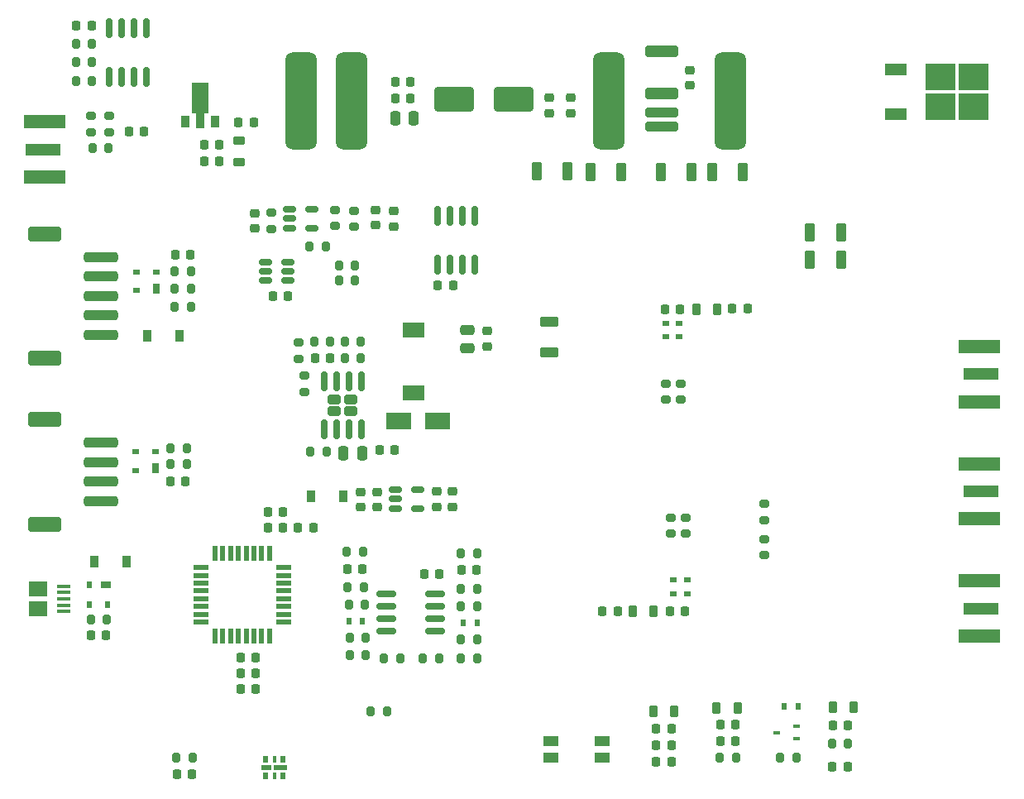
<source format=gbr>
%TF.GenerationSoftware,KiCad,Pcbnew,(6.0.9)*%
%TF.CreationDate,2022-11-09T00:10:41+00:00*%
%TF.ProjectId,Pi_TX_35W_PA,50695f54-585f-4333-9557-5f50412e6b69,rev?*%
%TF.SameCoordinates,Original*%
%TF.FileFunction,Paste,Top*%
%TF.FilePolarity,Positive*%
%FSLAX46Y46*%
G04 Gerber Fmt 4.6, Leading zero omitted, Abs format (unit mm)*
G04 Created by KiCad (PCBNEW (6.0.9)) date 2022-11-09 00:10:41*
%MOMM*%
%LPD*%
G01*
G04 APERTURE LIST*
G04 Aperture macros list*
%AMRoundRect*
0 Rectangle with rounded corners*
0 $1 Rounding radius*
0 $2 $3 $4 $5 $6 $7 $8 $9 X,Y pos of 4 corners*
0 Add a 4 corners polygon primitive as box body*
4,1,4,$2,$3,$4,$5,$6,$7,$8,$9,$2,$3,0*
0 Add four circle primitives for the rounded corners*
1,1,$1+$1,$2,$3*
1,1,$1+$1,$4,$5*
1,1,$1+$1,$6,$7*
1,1,$1+$1,$8,$9*
0 Add four rect primitives between the rounded corners*
20,1,$1+$1,$2,$3,$4,$5,0*
20,1,$1+$1,$4,$5,$6,$7,0*
20,1,$1+$1,$6,$7,$8,$9,0*
20,1,$1+$1,$8,$9,$2,$3,0*%
%AMFreePoly0*
4,1,9,3.862500,-0.866500,0.737500,-0.866500,0.737500,-0.450000,-0.737500,-0.450000,-0.737500,0.450000,0.737500,0.450000,0.737500,0.866500,3.862500,0.866500,3.862500,-0.866500,3.862500,-0.866500,$1*%
G04 Aperture macros list end*
%ADD10RoundRect,0.225000X-0.225000X-0.250000X0.225000X-0.250000X0.225000X0.250000X-0.225000X0.250000X0*%
%ADD11RoundRect,0.250000X-1.450000X0.250000X-1.450000X-0.250000X1.450000X-0.250000X1.450000X0.250000X0*%
%ADD12RoundRect,0.200000X0.275000X-0.200000X0.275000X0.200000X-0.275000X0.200000X-0.275000X-0.200000X0*%
%ADD13RoundRect,0.200000X-0.200000X-0.275000X0.200000X-0.275000X0.200000X0.275000X-0.200000X0.275000X0*%
%ADD14RoundRect,0.225000X0.225000X0.250000X-0.225000X0.250000X-0.225000X-0.250000X0.225000X-0.250000X0*%
%ADD15R,1.350000X0.400000*%
%ADD16R,1.900000X1.500000*%
%ADD17RoundRect,0.218750X0.218750X0.256250X-0.218750X0.256250X-0.218750X-0.256250X0.218750X-0.256250X0*%
%ADD18RoundRect,0.250000X-0.250000X-0.475000X0.250000X-0.475000X0.250000X0.475000X-0.250000X0.475000X0*%
%ADD19RoundRect,0.225000X-0.250000X0.225000X-0.250000X-0.225000X0.250000X-0.225000X0.250000X0.225000X0*%
%ADD20R,0.900000X1.300000*%
%ADD21FreePoly0,90.000000*%
%ADD22RoundRect,0.218750X-0.218750X-0.381250X0.218750X-0.381250X0.218750X0.381250X-0.218750X0.381250X0*%
%ADD23R,1.000000X0.700000*%
%ADD24R,0.600000X0.700000*%
%ADD25RoundRect,0.200000X0.200000X0.275000X-0.200000X0.275000X-0.200000X-0.275000X0.200000X-0.275000X0*%
%ADD26RoundRect,0.150000X-0.825000X-0.150000X0.825000X-0.150000X0.825000X0.150000X-0.825000X0.150000X0*%
%ADD27RoundRect,0.250000X-0.275000X-0.700000X0.275000X-0.700000X0.275000X0.700000X-0.275000X0.700000X0*%
%ADD28R,3.050000X2.750000*%
%ADD29R,2.200000X1.200000*%
%ADD30R,3.600000X1.270000*%
%ADD31R,4.200000X1.350000*%
%ADD32R,0.700000X0.600000*%
%ADD33RoundRect,0.250000X0.275000X0.700000X-0.275000X0.700000X-0.275000X-0.700000X0.275000X-0.700000X0*%
%ADD34RoundRect,0.150000X0.150000X-0.825000X0.150000X0.825000X-0.150000X0.825000X-0.150000X-0.825000X0*%
%ADD35RoundRect,0.250000X-1.500000X0.250000X-1.500000X-0.250000X1.500000X-0.250000X1.500000X0.250000X0*%
%ADD36RoundRect,0.250001X-1.449999X0.499999X-1.449999X-0.499999X1.449999X-0.499999X1.449999X0.499999X0*%
%ADD37R,0.700000X1.000000*%
%ADD38RoundRect,0.250000X1.450000X-0.312500X1.450000X0.312500X-1.450000X0.312500X-1.450000X-0.312500X0*%
%ADD39RoundRect,0.218750X0.381250X-0.218750X0.381250X0.218750X-0.381250X0.218750X-0.381250X-0.218750X0*%
%ADD40RoundRect,0.200000X-0.275000X0.200000X-0.275000X-0.200000X0.275000X-0.200000X0.275000X0.200000X0*%
%ADD41RoundRect,0.250000X0.250000X0.475000X-0.250000X0.475000X-0.250000X-0.475000X0.250000X-0.475000X0*%
%ADD42RoundRect,0.242500X-0.422500X0.242500X-0.422500X-0.242500X0.422500X-0.242500X0.422500X0.242500X0*%
%ADD43RoundRect,0.150000X-0.150000X0.825000X-0.150000X-0.825000X0.150000X-0.825000X0.150000X0.825000X0*%
%ADD44RoundRect,0.218750X0.218750X0.381250X-0.218750X0.381250X-0.218750X-0.381250X0.218750X-0.381250X0*%
%ADD45R,2.200000X1.500000*%
%ADD46RoundRect,0.218750X-0.218750X-0.256250X0.218750X-0.256250X0.218750X0.256250X-0.218750X0.256250X0*%
%ADD47R,1.550000X1.000000*%
%ADD48RoundRect,0.225000X0.250000X-0.225000X0.250000X0.225000X-0.250000X0.225000X-0.250000X-0.225000X0*%
%ADD49R,1.600000X0.550000*%
%ADD50R,0.550000X1.600000*%
%ADD51R,0.900000X1.200000*%
%ADD52R,0.700000X0.450000*%
%ADD53RoundRect,0.150000X-0.512500X-0.150000X0.512500X-0.150000X0.512500X0.150000X-0.512500X0.150000X0*%
%ADD54RoundRect,0.250000X1.750000X1.000000X-1.750000X1.000000X-1.750000X-1.000000X1.750000X-1.000000X0*%
%ADD55R,2.500000X1.800000*%
%ADD56RoundRect,0.250000X-0.475000X0.250000X-0.475000X-0.250000X0.475000X-0.250000X0.475000X0.250000X0*%
%ADD57R,1.000000X0.500000*%
%ADD58R,0.500000X0.800000*%
%ADD59R,0.300000X0.800000*%
%ADD60R,1.480000X0.500000*%
%ADD61RoundRect,0.250000X-0.700000X0.275000X-0.700000X-0.275000X0.700000X-0.275000X0.700000X0.275000X0*%
%ADD62RoundRect,0.800000X-0.800000X-4.200000X0.800000X-4.200000X0.800000X4.200000X-0.800000X4.200000X0*%
G04 APERTURE END LIST*
D10*
%TO.C,C50*%
X164775000Y-144300000D03*
X166325000Y-144300000D03*
%TD*%
D11*
%TO.C,R36*%
X165300000Y-81200000D03*
X165300000Y-82700000D03*
%TD*%
D12*
%TO.C,R39*%
X108800000Y-83225000D03*
X108800000Y-81575000D03*
%TD*%
D13*
%TO.C,R26*%
X132875000Y-104700000D03*
X134525000Y-104700000D03*
%TD*%
D10*
%TO.C,C15*%
X129825000Y-106400000D03*
X131375000Y-106400000D03*
%TD*%
D14*
%TO.C,C53*%
X172900000Y-145600000D03*
X171350000Y-145600000D03*
%TD*%
D15*
%TO.C,J1*%
X104162500Y-129700000D03*
X104162500Y-130350000D03*
X104162500Y-131000000D03*
X104162500Y-131650000D03*
X104162500Y-132300000D03*
D16*
X101462500Y-130000000D03*
X101462500Y-132000000D03*
%TD*%
D14*
%TO.C,C14*%
X137975000Y-115800000D03*
X136425000Y-115800000D03*
%TD*%
D17*
%TO.C,D17*%
X184387500Y-148200000D03*
X182812500Y-148200000D03*
%TD*%
D18*
%TO.C,C32*%
X138075000Y-81800000D03*
X139975000Y-81800000D03*
%TD*%
D19*
%TO.C,C25*%
X142300000Y-120025000D03*
X142300000Y-121575000D03*
%TD*%
D20*
%TO.C,U9*%
X116600000Y-82187500D03*
D21*
X118100000Y-82100000D03*
D20*
X119600000Y-82187500D03*
%TD*%
D22*
%TO.C,L9*%
X162375000Y-132300000D03*
X164500000Y-132300000D03*
%TD*%
D23*
%TO.C,D1*%
X108450000Y-129600000D03*
D24*
X106750000Y-129600000D03*
X106750000Y-131600000D03*
X108650000Y-131600000D03*
%TD*%
D10*
%TO.C,C16*%
X125525000Y-100000000D03*
X127075000Y-100000000D03*
%TD*%
D14*
%TO.C,C12*%
X146375000Y-128065000D03*
X144825000Y-128065000D03*
%TD*%
D25*
%TO.C,R38*%
X108725000Y-84900000D03*
X107075000Y-84900000D03*
%TD*%
D26*
%TO.C,U3*%
X137150000Y-130460000D03*
X137150000Y-131730000D03*
X137150000Y-133000000D03*
X137150000Y-134270000D03*
X142100000Y-134270000D03*
X142100000Y-133000000D03*
X142100000Y-131730000D03*
X142100000Y-130460000D03*
%TD*%
D27*
%TO.C,C40*%
X180525000Y-96300000D03*
X183675000Y-96300000D03*
%TD*%
D10*
%TO.C,C51*%
X166162500Y-132300000D03*
X167712500Y-132300000D03*
%TD*%
D13*
%TO.C,R48*%
X182775000Y-145800000D03*
X184425000Y-145800000D03*
%TD*%
D28*
%TO.C,Q1*%
X193900000Y-80600000D03*
X197250000Y-77550000D03*
X197250000Y-80600000D03*
X193900000Y-77550000D03*
D29*
X189275000Y-76795000D03*
X189275000Y-81355000D03*
%TD*%
D30*
%TO.C,J7*%
X198050000Y-108000000D03*
D31*
X197850000Y-110825000D03*
X197850000Y-105175000D03*
%TD*%
D10*
%TO.C,C26*%
X142425000Y-98900000D03*
X143975000Y-98900000D03*
%TD*%
D32*
%TO.C,D15*%
X167937500Y-129100000D03*
X167937500Y-130500000D03*
%TD*%
D13*
%TO.C,R2*%
X135575000Y-142500000D03*
X137225000Y-142500000D03*
%TD*%
%TO.C,R20*%
X133300000Y-131565000D03*
X134950000Y-131565000D03*
%TD*%
D33*
%TO.C,C41*%
X168375000Y-87300000D03*
X165225000Y-87300000D03*
%TD*%
D22*
%TO.C,L8*%
X168875000Y-101400000D03*
X171000000Y-101400000D03*
%TD*%
D34*
%TO.C,U2*%
X108795000Y-77575000D03*
X110065000Y-77575000D03*
X111335000Y-77575000D03*
X112605000Y-77575000D03*
X112605000Y-72625000D03*
X111335000Y-72625000D03*
X110065000Y-72625000D03*
X108795000Y-72625000D03*
%TD*%
D14*
%TO.C,C35*%
X123575000Y-82237500D03*
X122025000Y-82237500D03*
%TD*%
D24*
%TO.C,D16*%
X177875000Y-142050000D03*
X179275000Y-142050000D03*
%TD*%
D13*
%TO.C,R9*%
X105375000Y-78000000D03*
X107025000Y-78000000D03*
%TD*%
D14*
%TO.C,C7*%
X116575000Y-119000000D03*
X115025000Y-119000000D03*
%TD*%
D25*
%TO.C,R5*%
X117125000Y-99300000D03*
X115475000Y-99300000D03*
%TD*%
D35*
%TO.C,J3*%
X107950000Y-96000000D03*
X107950000Y-98000000D03*
X107950000Y-100000000D03*
X107950000Y-102000000D03*
X107950000Y-104000000D03*
D36*
X102200000Y-106350000D03*
X102200000Y-93650000D03*
%TD*%
D13*
%TO.C,R47*%
X177475000Y-147250000D03*
X179125000Y-147250000D03*
%TD*%
D10*
%TO.C,C49*%
X164775000Y-146000000D03*
X166325000Y-146000000D03*
%TD*%
D30*
%TO.C,J8*%
X198050000Y-120000000D03*
D31*
X197850000Y-117175000D03*
X197850000Y-122825000D03*
%TD*%
D27*
%TO.C,C42*%
X158025000Y-87300000D03*
X161175000Y-87300000D03*
%TD*%
D13*
%TO.C,R21*%
X144800000Y-131765000D03*
X146450000Y-131765000D03*
%TD*%
D19*
%TO.C,C33*%
X156000000Y-79725000D03*
X156000000Y-81275000D03*
%TD*%
D25*
%TO.C,R33*%
X130925000Y-94900000D03*
X129275000Y-94900000D03*
%TD*%
D37*
%TO.C,D4*%
X113600000Y-99250000D03*
D32*
X113600000Y-97550000D03*
X111600000Y-97550000D03*
X111600000Y-99450000D03*
%TD*%
D13*
%TO.C,R34*%
X132275000Y-96900000D03*
X133925000Y-96900000D03*
%TD*%
D12*
%TO.C,R32*%
X125400000Y-93125000D03*
X125400000Y-91475000D03*
%TD*%
D25*
%TO.C,R28*%
X131025000Y-115900000D03*
X129375000Y-115900000D03*
%TD*%
D38*
%TO.C,L3*%
X165300000Y-79237500D03*
X165300000Y-74962500D03*
%TD*%
D14*
%TO.C,C1*%
X126575000Y-122100000D03*
X125025000Y-122100000D03*
%TD*%
D39*
%TO.C,L4*%
X122100000Y-86262500D03*
X122100000Y-84137500D03*
%TD*%
D25*
%TO.C,R27*%
X134525000Y-106400000D03*
X132875000Y-106400000D03*
%TD*%
D13*
%TO.C,R24*%
X133100000Y-126165000D03*
X134750000Y-126165000D03*
%TD*%
D14*
%TO.C,C9*%
X106975000Y-72300000D03*
X105425000Y-72300000D03*
%TD*%
D40*
%TO.C,R35*%
X131900000Y-91175000D03*
X131900000Y-92825000D03*
%TD*%
D41*
%TO.C,C13*%
X134650000Y-116100000D03*
X132750000Y-116100000D03*
%TD*%
D42*
%TO.C,U4*%
X131850000Y-110600000D03*
X131850000Y-111800000D03*
X133500000Y-110600000D03*
X133500000Y-111800000D03*
D43*
X134580000Y-108725000D03*
X133310000Y-108725000D03*
X132040000Y-108725000D03*
X130770000Y-108725000D03*
X130770000Y-113675000D03*
X132040000Y-113675000D03*
X133310000Y-113675000D03*
X134580000Y-113675000D03*
%TD*%
D44*
%TO.C,L12*%
X184962500Y-142100000D03*
X182837500Y-142100000D03*
%TD*%
D19*
%TO.C,C23*%
X136200000Y-120100000D03*
X136200000Y-121650000D03*
%TD*%
D45*
%TO.C,L2*%
X139900000Y-103500000D03*
X139900000Y-109900000D03*
%TD*%
D46*
%TO.C,D3*%
X115712500Y-149000000D03*
X117287500Y-149000000D03*
%TD*%
D47*
%TO.C,SW1*%
X159225000Y-147250000D03*
X153975000Y-147250000D03*
X159225000Y-145550000D03*
X153975000Y-145550000D03*
%TD*%
D48*
%TO.C,C27*%
X168200000Y-78450000D03*
X168200000Y-76900000D03*
%TD*%
D27*
%TO.C,C39*%
X180525000Y-93500000D03*
X183675000Y-93500000D03*
%TD*%
D25*
%TO.C,R8*%
X117125000Y-101100000D03*
X115475000Y-101100000D03*
%TD*%
D49*
%TO.C,U1*%
X126650000Y-133400000D03*
X126650000Y-132600000D03*
X126650000Y-131800000D03*
X126650000Y-131000000D03*
X126650000Y-130200000D03*
X126650000Y-129400000D03*
X126650000Y-128600000D03*
X126650000Y-127800000D03*
D50*
X125200000Y-126350000D03*
X124400000Y-126350000D03*
X123600000Y-126350000D03*
X122800000Y-126350000D03*
X122000000Y-126350000D03*
X121200000Y-126350000D03*
X120400000Y-126350000D03*
X119600000Y-126350000D03*
D49*
X118150000Y-127800000D03*
X118150000Y-128600000D03*
X118150000Y-129400000D03*
X118150000Y-130200000D03*
X118150000Y-131000000D03*
X118150000Y-131800000D03*
X118150000Y-132600000D03*
X118150000Y-133400000D03*
D50*
X119600000Y-134850000D03*
X120400000Y-134850000D03*
X121200000Y-134850000D03*
X122000000Y-134850000D03*
X122800000Y-134850000D03*
X123600000Y-134850000D03*
X124400000Y-134850000D03*
X125200000Y-134850000D03*
%TD*%
D25*
%TO.C,R18*%
X135050000Y-134965000D03*
X133400000Y-134965000D03*
%TD*%
D13*
%TO.C,R7*%
X105375000Y-76100000D03*
X107025000Y-76100000D03*
%TD*%
D32*
%TO.C,D13*%
X165737500Y-104200000D03*
X165737500Y-102800000D03*
%TD*%
D17*
%TO.C,L1*%
X129687500Y-123700000D03*
X128112500Y-123700000D03*
%TD*%
D14*
%TO.C,C29*%
X112375000Y-83200000D03*
X110825000Y-83200000D03*
%TD*%
D40*
%TO.C,R30*%
X128200000Y-104775000D03*
X128200000Y-106425000D03*
%TD*%
D25*
%TO.C,R14*%
X146425000Y-137100000D03*
X144775000Y-137100000D03*
%TD*%
D51*
%TO.C,D11*%
X115950000Y-104100000D03*
X112650000Y-104100000D03*
%TD*%
D14*
%TO.C,C8*%
X117075000Y-95800000D03*
X115525000Y-95800000D03*
%TD*%
D33*
%TO.C,C38*%
X173675000Y-87300000D03*
X170525000Y-87300000D03*
%TD*%
D40*
%TO.C,R41*%
X165800000Y-108975000D03*
X165800000Y-110625000D03*
%TD*%
D43*
%TO.C,U8*%
X146205000Y-91825000D03*
X144935000Y-91825000D03*
X143665000Y-91825000D03*
X142395000Y-91825000D03*
X142395000Y-96775000D03*
X143665000Y-96775000D03*
X144935000Y-96775000D03*
X146205000Y-96775000D03*
%TD*%
D10*
%TO.C,C47*%
X172562500Y-101300000D03*
X174112500Y-101300000D03*
%TD*%
D19*
%TO.C,C24*%
X143900000Y-120025000D03*
X143900000Y-121575000D03*
%TD*%
D52*
%TO.C,Q2*%
X179100000Y-145350000D03*
X179100000Y-144050000D03*
X177100000Y-144700000D03*
%TD*%
D14*
%TO.C,C5*%
X123775000Y-140200000D03*
X122225000Y-140200000D03*
%TD*%
D40*
%TO.C,R44*%
X166300000Y-122700000D03*
X166300000Y-124350000D03*
%TD*%
D10*
%TO.C,C30*%
X118525000Y-86200000D03*
X120075000Y-86200000D03*
%TD*%
D12*
%TO.C,R37*%
X106900000Y-83225000D03*
X106900000Y-81575000D03*
%TD*%
D19*
%TO.C,C36*%
X153800000Y-79725000D03*
X153800000Y-81275000D03*
%TD*%
D25*
%TO.C,R17*%
X142525000Y-137100000D03*
X140875000Y-137100000D03*
%TD*%
D14*
%TO.C,C4*%
X123775000Y-138600000D03*
X122225000Y-138600000D03*
%TD*%
D35*
%TO.C,J4*%
X107950000Y-115000000D03*
X107950000Y-117000000D03*
X107950000Y-119000000D03*
X107950000Y-121000000D03*
D36*
X102200000Y-112650000D03*
X102200000Y-123350000D03*
%TD*%
D25*
%TO.C,R46*%
X172950000Y-147300000D03*
X171300000Y-147300000D03*
%TD*%
D53*
%TO.C,U7*%
X138062500Y-119850000D03*
X138062500Y-120800000D03*
X138062500Y-121750000D03*
X140337500Y-121750000D03*
X140337500Y-119850000D03*
%TD*%
D40*
%TO.C,R31*%
X128800000Y-108175000D03*
X128800000Y-109825000D03*
%TD*%
D25*
%TO.C,R13*%
X138550000Y-137065000D03*
X136900000Y-137065000D03*
%TD*%
D14*
%TO.C,C52*%
X172900000Y-143900000D03*
X171350000Y-143900000D03*
%TD*%
D10*
%TO.C,C11*%
X133150000Y-127965000D03*
X134700000Y-127965000D03*
%TD*%
D22*
%TO.C,L10*%
X164512500Y-142500000D03*
X166637500Y-142500000D03*
%TD*%
D13*
%TO.C,R3*%
X115675000Y-147300000D03*
X117325000Y-147300000D03*
%TD*%
D12*
%TO.C,R12*%
X133800000Y-92925000D03*
X133800000Y-91275000D03*
%TD*%
D13*
%TO.C,R19*%
X144800000Y-135165000D03*
X146450000Y-135165000D03*
%TD*%
D40*
%TO.C,R40*%
X167300000Y-108975000D03*
X167300000Y-110625000D03*
%TD*%
D22*
%TO.C,L11*%
X170962500Y-142200000D03*
X173087500Y-142200000D03*
%TD*%
D24*
%TO.C,D6*%
X145025000Y-133465000D03*
X146425000Y-133465000D03*
%TD*%
D10*
%TO.C,C34*%
X138050000Y-79800000D03*
X139600000Y-79800000D03*
%TD*%
D54*
%TO.C,C31*%
X150150000Y-79900000D03*
X144050000Y-79900000D03*
%TD*%
D25*
%TO.C,R25*%
X146450000Y-126365000D03*
X144800000Y-126365000D03*
%TD*%
%TO.C,R11*%
X116700000Y-117200000D03*
X115050000Y-117200000D03*
%TD*%
D14*
%TO.C,C48*%
X160812500Y-132300000D03*
X159262500Y-132300000D03*
%TD*%
D53*
%TO.C,U5*%
X124762500Y-96550000D03*
X124762500Y-97500000D03*
X124762500Y-98450000D03*
X127037500Y-98450000D03*
X127037500Y-97500000D03*
X127037500Y-96550000D03*
%TD*%
D25*
%TO.C,R4*%
X117125000Y-97500000D03*
X115475000Y-97500000D03*
%TD*%
D10*
%TO.C,C54*%
X182825000Y-144000000D03*
X184375000Y-144000000D03*
%TD*%
D55*
%TO.C,D8*%
X142400000Y-112800000D03*
X138400000Y-112800000D03*
%TD*%
D40*
%TO.C,R43*%
X175800000Y-124875000D03*
X175800000Y-126525000D03*
%TD*%
D13*
%TO.C,R29*%
X129775000Y-104700000D03*
X131425000Y-104700000D03*
%TD*%
%TO.C,R22*%
X144800000Y-129965000D03*
X146450000Y-129965000D03*
%TD*%
D51*
%TO.C,D9*%
X132750000Y-120500000D03*
X129450000Y-120500000D03*
%TD*%
D56*
%TO.C,C17*%
X145437500Y-103475000D03*
X145437500Y-105375000D03*
%TD*%
D10*
%TO.C,C37*%
X138050000Y-78100000D03*
X139600000Y-78100000D03*
%TD*%
D19*
%TO.C,C21*%
X134500000Y-120100000D03*
X134500000Y-121650000D03*
%TD*%
D40*
%TO.C,R45*%
X167800000Y-122675000D03*
X167800000Y-124325000D03*
%TD*%
D25*
%TO.C,R23*%
X134850000Y-129865000D03*
X133200000Y-129865000D03*
%TD*%
D19*
%TO.C,C19*%
X123700000Y-91525000D03*
X123700000Y-93075000D03*
%TD*%
D14*
%TO.C,C44*%
X167212500Y-101400000D03*
X165662500Y-101400000D03*
%TD*%
D19*
%TO.C,C20*%
X136000000Y-91225000D03*
X136000000Y-92775000D03*
%TD*%
%TO.C,C18*%
X147437500Y-103600000D03*
X147437500Y-105150000D03*
%TD*%
D57*
%TO.C,D2*%
X124860000Y-148300000D03*
D58*
X124800000Y-149150000D03*
D59*
X125700000Y-149150000D03*
D58*
X126600000Y-149150000D03*
X126600000Y-147450000D03*
D59*
X125700000Y-147450000D03*
D58*
X124800000Y-147450000D03*
D60*
X126300000Y-148300000D03*
%TD*%
D14*
%TO.C,C6*%
X123800000Y-137000000D03*
X122250000Y-137000000D03*
%TD*%
D10*
%TO.C,C46*%
X164775000Y-147700000D03*
X166325000Y-147700000D03*
%TD*%
D14*
%TO.C,C10*%
X142600000Y-128465000D03*
X141050000Y-128465000D03*
%TD*%
D25*
%TO.C,R10*%
X116700000Y-115600000D03*
X115050000Y-115600000D03*
%TD*%
D13*
%TO.C,R15*%
X132275000Y-98400000D03*
X133925000Y-98400000D03*
%TD*%
D37*
%TO.C,D5*%
X113500000Y-117650000D03*
D32*
X113500000Y-115950000D03*
X111500000Y-115950000D03*
X111500000Y-117850000D03*
%TD*%
D53*
%TO.C,U6*%
X127262500Y-91150000D03*
X127262500Y-92100000D03*
X127262500Y-93050000D03*
X129537500Y-93050000D03*
X129537500Y-91150000D03*
%TD*%
D61*
%TO.C,C45*%
X153800000Y-102625000D03*
X153800000Y-105775000D03*
%TD*%
D32*
%TO.C,D14*%
X166537500Y-130500000D03*
X166537500Y-129100000D03*
%TD*%
D19*
%TO.C,C22*%
X137900000Y-91325000D03*
X137900000Y-92875000D03*
%TD*%
D12*
%TO.C,R42*%
X175800000Y-122925000D03*
X175800000Y-121275000D03*
%TD*%
D10*
%TO.C,C28*%
X118525000Y-84500000D03*
X120075000Y-84500000D03*
%TD*%
D51*
%TO.C,D10*%
X110550000Y-127200000D03*
X107250000Y-127200000D03*
%TD*%
D10*
%TO.C,C2*%
X106925000Y-134700000D03*
X108475000Y-134700000D03*
%TD*%
D13*
%TO.C,R1*%
X106875000Y-133100000D03*
X108525000Y-133100000D03*
%TD*%
D24*
%TO.C,D7*%
X134725000Y-133265000D03*
X133325000Y-133265000D03*
%TD*%
D62*
%TO.C,U10*%
X128400000Y-80000000D03*
X133600000Y-80000000D03*
X159900000Y-80000000D03*
X172400000Y-80000000D03*
%TD*%
D30*
%TO.C,J9*%
X198050000Y-132000000D03*
D31*
X197850000Y-129175000D03*
X197850000Y-134825000D03*
%TD*%
D25*
%TO.C,R16*%
X135050000Y-136765000D03*
X133400000Y-136765000D03*
%TD*%
D13*
%TO.C,R6*%
X105375000Y-74200000D03*
X107025000Y-74200000D03*
%TD*%
D30*
%TO.C,J6*%
X102000000Y-85000000D03*
D31*
X102200000Y-87825000D03*
X102200000Y-82175000D03*
%TD*%
D33*
%TO.C,C43*%
X155675000Y-87200000D03*
X152525000Y-87200000D03*
%TD*%
D14*
%TO.C,C3*%
X126575000Y-123700000D03*
X125025000Y-123700000D03*
%TD*%
D32*
%TO.C,D12*%
X167137500Y-102800000D03*
X167137500Y-104200000D03*
%TD*%
M02*

</source>
